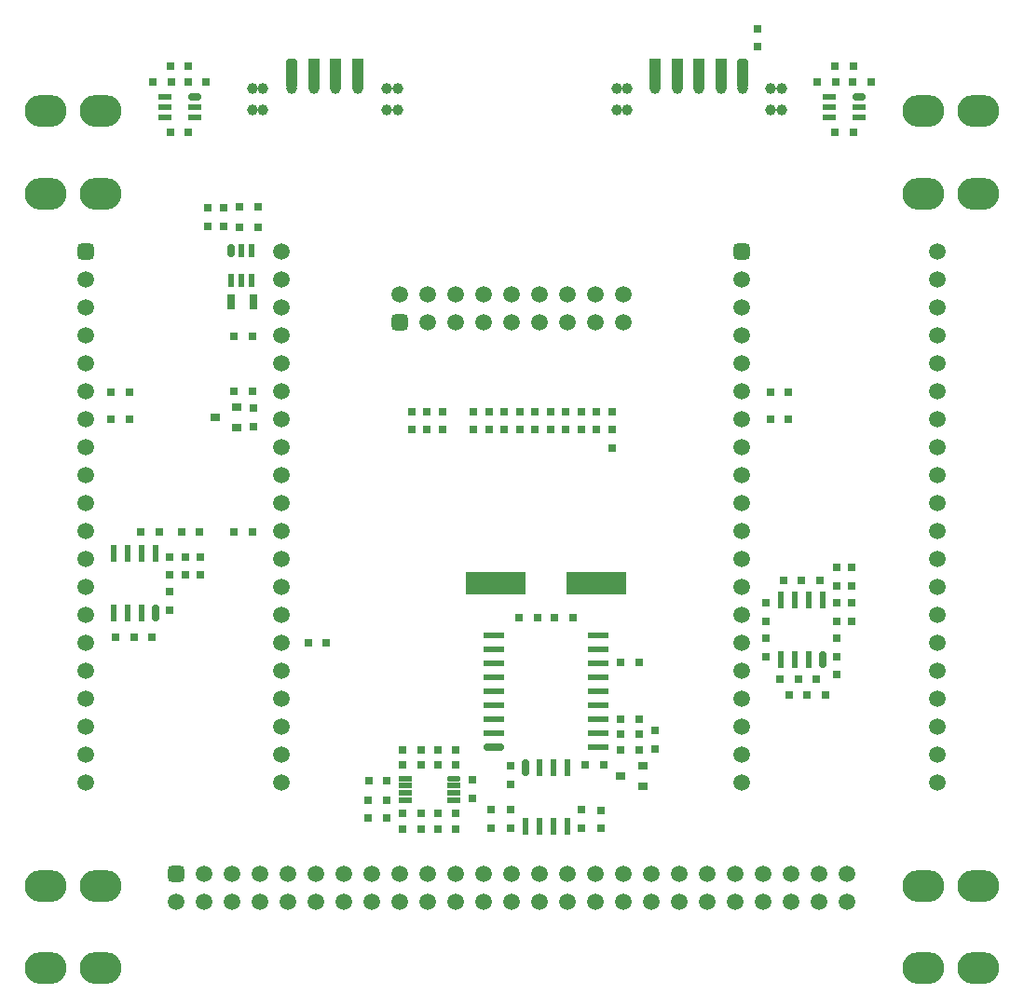
<source format=gbs>
G04*
G04 #@! TF.GenerationSoftware,Altium Limited,Altium Designer,22.1.2 (22)*
G04*
G04 Layer_Color=16711935*
%FSAX44Y44*%
%MOMM*%
G71*
G04*
G04 #@! TF.SameCoordinates,FD085C4F-33D3-4CAD-8C95-339AC6E91DDF*
G04*
G04*
G04 #@! TF.FilePolarity,Negative*
G04*
G01*
G75*
%ADD14R,0.8000X0.8000*%
%ADD15R,0.8000X0.8000*%
%ADD16R,0.6000X1.2000*%
G04:AMPARAMS|DCode=17|XSize=0.6mm|YSize=1.2mm|CornerRadius=0.15mm|HoleSize=0mm|Usage=FLASHONLY|Rotation=0.000|XOffset=0mm|YOffset=0mm|HoleType=Round|Shape=RoundedRectangle|*
%AMROUNDEDRECTD17*
21,1,0.6000,0.9000,0,0,0.0*
21,1,0.3000,1.2000,0,0,0.0*
1,1,0.3000,0.1500,-0.4500*
1,1,0.3000,-0.1500,-0.4500*
1,1,0.3000,-0.1500,0.4500*
1,1,0.3000,0.1500,0.4500*
%
%ADD17ROUNDEDRECTD17*%
%ADD18R,0.8000X1.4000*%
%ADD19R,0.9500X0.8000*%
%ADD20C,1.5000*%
G04:AMPARAMS|DCode=21|XSize=1.5mm|YSize=1.5mm|CornerRadius=0.375mm|HoleSize=0mm|Usage=FLASHONLY|Rotation=0.000|XOffset=0mm|YOffset=0mm|HoleType=Round|Shape=RoundedRectangle|*
%AMROUNDEDRECTD21*
21,1,1.5000,0.7500,0,0,0.0*
21,1,0.7500,1.5000,0,0,0.0*
1,1,0.7500,0.3750,-0.3750*
1,1,0.7500,-0.3750,-0.3750*
1,1,0.7500,-0.3750,0.3750*
1,1,0.7500,0.3750,0.3750*
%
%ADD21ROUNDEDRECTD21*%
%ADD22O,3.8000X2.9000*%
%ADD23C,1.0000*%
%ADD33R,1.0000X2.7000*%
G04:AMPARAMS|DCode=34|XSize=1mm|YSize=2.7mm|CornerRadius=0.25mm|HoleSize=0mm|Usage=FLASHONLY|Rotation=180.000|XOffset=0mm|YOffset=0mm|HoleType=Round|Shape=RoundedRectangle|*
%AMROUNDEDRECTD34*
21,1,1.0000,2.2000,0,0,180.0*
21,1,0.5000,2.7000,0,0,180.0*
1,1,0.5000,-0.2500,1.1000*
1,1,0.5000,0.2500,1.1000*
1,1,0.5000,0.2500,-1.1000*
1,1,0.5000,-0.2500,-1.1000*
%
%ADD34ROUNDEDRECTD34*%
%ADD35R,1.2000X0.6000*%
G04:AMPARAMS|DCode=36|XSize=0.6mm|YSize=1.2mm|CornerRadius=0.15mm|HoleSize=0mm|Usage=FLASHONLY|Rotation=90.000|XOffset=0mm|YOffset=0mm|HoleType=Round|Shape=RoundedRectangle|*
%AMROUNDEDRECTD36*
21,1,0.6000,0.9000,0,0,90.0*
21,1,0.3000,1.2000,0,0,90.0*
1,1,0.3000,0.4500,0.1500*
1,1,0.3000,0.4500,-0.1500*
1,1,0.3000,-0.4500,-0.1500*
1,1,0.3000,-0.4500,0.1500*
%
%ADD36ROUNDEDRECTD36*%
%ADD37R,0.6000X1.5500*%
G04:AMPARAMS|DCode=38|XSize=1.55mm|YSize=0.6mm|CornerRadius=0.15mm|HoleSize=0mm|Usage=FLASHONLY|Rotation=90.000|XOffset=0mm|YOffset=0mm|HoleType=Round|Shape=RoundedRectangle|*
%AMROUNDEDRECTD38*
21,1,1.5500,0.3000,0,0,90.0*
21,1,1.2500,0.6000,0,0,90.0*
1,1,0.3000,0.1500,0.6250*
1,1,0.3000,0.1500,-0.6250*
1,1,0.3000,-0.1500,-0.6250*
1,1,0.3000,-0.1500,0.6250*
%
%ADD38ROUNDEDRECTD38*%
%ADD39R,1.9000X0.6000*%
%ADD42R,5.5000X2.0000*%
G04:AMPARAMS|DCode=43|XSize=1.9mm|YSize=0.6mm|CornerRadius=0.15mm|HoleSize=0mm|Usage=FLASHONLY|Rotation=0.000|XOffset=0mm|YOffset=0mm|HoleType=Round|Shape=RoundedRectangle|*
%AMROUNDEDRECTD43*
21,1,1.9000,0.3000,0,0,0.0*
21,1,1.6000,0.6000,0,0,0.0*
1,1,0.3000,0.8000,-0.1500*
1,1,0.3000,-0.8000,-0.1500*
1,1,0.3000,-0.8000,0.1500*
1,1,0.3000,0.8000,0.1500*
%
%ADD43ROUNDEDRECTD43*%
G04:AMPARAMS|DCode=46|XSize=1.19mm|YSize=0.49mm|CornerRadius=0.1325mm|HoleSize=0mm|Usage=FLASHONLY|Rotation=180.000|XOffset=0mm|YOffset=0mm|HoleType=Round|Shape=RoundedRectangle|*
%AMROUNDEDRECTD46*
21,1,1.1900,0.2250,0,0,180.0*
21,1,0.9250,0.4900,0,0,180.0*
1,1,0.2650,-0.4625,0.1125*
1,1,0.2650,0.4625,0.1125*
1,1,0.2650,0.4625,-0.1125*
1,1,0.2650,-0.4625,-0.1125*
%
%ADD46ROUNDEDRECTD46*%
%ADD47R,1.1900X0.4900*%
D14*
X00561000Y00493250D02*
D03*
Y00509750D02*
D03*
Y00526250D02*
D03*
X00519000D02*
D03*
Y00509750D02*
D03*
X00505000Y00526250D02*
D03*
Y00509750D02*
D03*
X00491000Y00526250D02*
D03*
Y00509750D02*
D03*
X00463000Y00526250D02*
D03*
Y00509750D02*
D03*
X00477000Y00526250D02*
D03*
Y00509750D02*
D03*
X00449000Y00526250D02*
D03*
Y00509750D02*
D03*
X00435000Y00526250D02*
D03*
Y00509750D02*
D03*
X00407000D02*
D03*
Y00526250D02*
D03*
X00393000D02*
D03*
Y00509750D02*
D03*
X00379000Y00509750D02*
D03*
Y00526250D02*
D03*
X00533000Y00526250D02*
D03*
X00533000Y00509750D02*
D03*
X00693000Y00857750D02*
D03*
Y00874250D02*
D03*
X00187000Y00377750D02*
D03*
Y00394250D02*
D03*
X00701000Y00352250D02*
D03*
Y00335750D02*
D03*
Y00303750D02*
D03*
Y00320250D02*
D03*
X00547000Y00526250D02*
D03*
Y00509750D02*
D03*
X00207792Y00711250D02*
D03*
Y00694750D02*
D03*
X00194000Y00711250D02*
D03*
Y00694750D02*
D03*
X00235000Y00512750D02*
D03*
Y00529250D02*
D03*
X00159000Y00377750D02*
D03*
X00159000Y00394250D02*
D03*
X00173000Y00377750D02*
D03*
Y00394250D02*
D03*
X00159000Y00345750D02*
D03*
Y00362250D02*
D03*
X00533000Y00164250D02*
D03*
X00469000Y00164250D02*
D03*
X00765000Y00384250D02*
D03*
X00779000Y00384250D02*
D03*
X00434000Y00191250D02*
D03*
X00339000Y00156750D02*
D03*
X00469000Y00187750D02*
D03*
Y00204250D02*
D03*
X00356000Y00173250D02*
D03*
Y00156750D02*
D03*
X00339000Y00173250D02*
D03*
X00434000Y00174750D02*
D03*
X00600000Y00236250D02*
D03*
Y00219750D02*
D03*
X00779000Y00367750D02*
D03*
X00765000D02*
D03*
X00779000Y00352250D02*
D03*
Y00335750D02*
D03*
X00765000Y00320250D02*
D03*
Y00303750D02*
D03*
Y00287250D02*
D03*
Y00335750D02*
D03*
Y00352250D02*
D03*
X00451000Y00164250D02*
D03*
Y00147750D02*
D03*
X00469000Y00147750D02*
D03*
X00551000Y00164000D02*
D03*
Y00147500D02*
D03*
X00533000Y00147750D02*
D03*
D15*
X00721250Y00544000D02*
D03*
X00704750D02*
D03*
X00721250Y00519000D02*
D03*
X00704750D02*
D03*
X00284750Y00316000D02*
D03*
X00301250D02*
D03*
X00159750Y00840000D02*
D03*
X00176250D02*
D03*
X00192250Y00826000D02*
D03*
X00175750D02*
D03*
X00143750D02*
D03*
X00160250D02*
D03*
X00176250Y00780000D02*
D03*
X00159750D02*
D03*
X00780250Y00840000D02*
D03*
X00763750D02*
D03*
X00747750Y00826000D02*
D03*
X00764250D02*
D03*
X00779750D02*
D03*
X00796250D02*
D03*
X00780250Y00780000D02*
D03*
X00763750D02*
D03*
X00105750Y00544000D02*
D03*
X00122250D02*
D03*
X00217750Y00545000D02*
D03*
X00234250D02*
D03*
X00122250Y00519000D02*
D03*
X00105750D02*
D03*
X00222750Y00712000D02*
D03*
X00239250Y00712000D02*
D03*
X00234250Y00417000D02*
D03*
X00217750D02*
D03*
Y00595000D02*
D03*
X00234250D02*
D03*
X00222750Y00694000D02*
D03*
X00239250D02*
D03*
X00169750Y00417000D02*
D03*
X00186250D02*
D03*
X00132750Y00417000D02*
D03*
X00149250D02*
D03*
X00143250Y00321000D02*
D03*
X00126750D02*
D03*
X00110250D02*
D03*
X00585250Y00298000D02*
D03*
X00568750Y00219000D02*
D03*
X00585250Y00247000D02*
D03*
X00553250Y00205000D02*
D03*
X00370750Y00205000D02*
D03*
X00419250D02*
D03*
X00402750Y00219000D02*
D03*
X00419250D02*
D03*
X00476750Y00339000D02*
D03*
X00493250Y00339000D02*
D03*
X00370750Y00147000D02*
D03*
X00387250D02*
D03*
X00356250Y00191000D02*
D03*
X00339750D02*
D03*
X00402750Y00205000D02*
D03*
Y00161000D02*
D03*
X00419250D02*
D03*
X00419250Y00147000D02*
D03*
X00402750D02*
D03*
X00387250Y00161000D02*
D03*
X00370750D02*
D03*
X00370750Y00219000D02*
D03*
X00387250D02*
D03*
Y00205000D02*
D03*
X00536750Y00205000D02*
D03*
X00568750Y00233000D02*
D03*
X00585250D02*
D03*
X00568750Y00247000D02*
D03*
X00585250Y00219000D02*
D03*
X00568750Y00298000D02*
D03*
X00525250Y00339000D02*
D03*
X00508750D02*
D03*
X00716750Y00373000D02*
D03*
X00733250D02*
D03*
X00749750D02*
D03*
X00721750Y00269000D02*
D03*
X00738250D02*
D03*
X00754750D02*
D03*
X00713750Y00283000D02*
D03*
X00730250Y00283000D02*
D03*
X00746750Y00283000D02*
D03*
D16*
X00214500Y00645500D02*
D03*
X00224000Y00645500D02*
D03*
X00233500Y00645500D02*
D03*
Y00672500D02*
D03*
X00224000Y00672500D02*
D03*
D17*
X00214500Y00672500D02*
D03*
D18*
X00215000Y00626000D02*
D03*
X00235000D02*
D03*
D19*
X00220187Y00511500D02*
D03*
X00200187Y00521000D02*
D03*
X00220187Y00530500D02*
D03*
X00569000Y00195000D02*
D03*
X00589000Y00204500D02*
D03*
X00589000Y00185500D02*
D03*
D20*
X00546200Y00607300D02*
D03*
X00520800Y00632700D02*
D03*
X00520800Y00607300D02*
D03*
X00495400Y00632700D02*
D03*
Y00607300D02*
D03*
X00470000Y00632700D02*
D03*
Y00607300D02*
D03*
X00444600Y00632700D02*
D03*
Y00607300D02*
D03*
X00419200Y00632700D02*
D03*
X00419200Y00607300D02*
D03*
X00393800Y00632700D02*
D03*
Y00607300D02*
D03*
X00368400Y00632700D02*
D03*
X00546200D02*
D03*
X00571600Y00607300D02*
D03*
Y00632700D02*
D03*
X00260900Y00188700D02*
D03*
Y00214100D02*
D03*
Y00239500D02*
D03*
Y00264900D02*
D03*
Y00290300D02*
D03*
X00083100Y00188700D02*
D03*
Y00214100D02*
D03*
Y00239500D02*
D03*
Y00264900D02*
D03*
Y00290300D02*
D03*
X00260900Y00315700D02*
D03*
Y00671300D02*
D03*
Y00645900D02*
D03*
Y00620500D02*
D03*
Y00569700D02*
D03*
Y00544300D02*
D03*
Y00518900D02*
D03*
Y00493500D02*
D03*
Y00468100D02*
D03*
Y00442700D02*
D03*
Y00417300D02*
D03*
Y00391900D02*
D03*
Y00366500D02*
D03*
Y00341100D02*
D03*
X00083100Y00315700D02*
D03*
Y00341100D02*
D03*
Y00366500D02*
D03*
Y00391900D02*
D03*
Y00417300D02*
D03*
Y00442700D02*
D03*
Y00468100D02*
D03*
Y00493500D02*
D03*
Y00518900D02*
D03*
Y00544300D02*
D03*
Y00569700D02*
D03*
Y00595100D02*
D03*
Y00620500D02*
D03*
Y00645900D02*
D03*
X00260900Y00595100D02*
D03*
X00679100Y00468100D02*
D03*
X00679100Y00518900D02*
D03*
X00679100Y00544300D02*
D03*
Y00595100D02*
D03*
X00679100Y00569700D02*
D03*
Y00645900D02*
D03*
X00856900Y00569700D02*
D03*
X00266800Y00105700D02*
D03*
Y00080300D02*
D03*
X00292200Y00105700D02*
D03*
Y00080300D02*
D03*
X00317600Y00105700D02*
D03*
Y00080300D02*
D03*
X00343000Y00105700D02*
D03*
Y00080300D02*
D03*
X00368400Y00105700D02*
D03*
Y00080300D02*
D03*
X00393800Y00105700D02*
D03*
Y00080300D02*
D03*
X00419200Y00105700D02*
D03*
Y00080300D02*
D03*
X00444600Y00105700D02*
D03*
Y00080300D02*
D03*
X00470000Y00105700D02*
D03*
Y00080300D02*
D03*
X00495400Y00105700D02*
D03*
Y00080300D02*
D03*
X00520800Y00105700D02*
D03*
Y00080300D02*
D03*
X00546200Y00105700D02*
D03*
Y00080300D02*
D03*
X00571600Y00105700D02*
D03*
Y00080300D02*
D03*
X00597000Y00105700D02*
D03*
Y00080300D02*
D03*
X00622400Y00105700D02*
D03*
Y00080300D02*
D03*
X00647800Y00105700D02*
D03*
Y00080300D02*
D03*
X00673200Y00105700D02*
D03*
Y00080300D02*
D03*
X00698600Y00105700D02*
D03*
Y00080300D02*
D03*
X00724000Y00105700D02*
D03*
Y00080300D02*
D03*
X00749400Y00105700D02*
D03*
Y00080300D02*
D03*
X00774800Y00105700D02*
D03*
Y00080300D02*
D03*
X00216000Y00105700D02*
D03*
X00190600D02*
D03*
X00216000Y00080300D02*
D03*
X00190600D02*
D03*
X00165200D02*
D03*
X00241400Y00105700D02*
D03*
Y00080300D02*
D03*
X00679100Y00620500D02*
D03*
Y00442700D02*
D03*
Y00493500D02*
D03*
X00856900Y00620500D02*
D03*
X00679100Y00239500D02*
D03*
Y00214100D02*
D03*
Y00315700D02*
D03*
Y00264900D02*
D03*
Y00391900D02*
D03*
Y00366500D02*
D03*
X00679100Y00417300D02*
D03*
X00856900Y00391900D02*
D03*
X00679100Y00290300D02*
D03*
Y00188700D02*
D03*
Y00341100D02*
D03*
X00856900Y00493500D02*
D03*
Y00366500D02*
D03*
Y00341100D02*
D03*
Y00442700D02*
D03*
Y00417300D02*
D03*
Y00645900D02*
D03*
Y00671300D02*
D03*
X00856900Y00595100D02*
D03*
X00856900Y00544300D02*
D03*
Y00518900D02*
D03*
X00856900Y00468100D02*
D03*
X00856900Y00214100D02*
D03*
Y00188700D02*
D03*
Y00315700D02*
D03*
Y00290300D02*
D03*
Y00264900D02*
D03*
X00856900Y00239500D02*
D03*
D21*
X00368400Y00607300D02*
D03*
X00083100Y00671300D02*
D03*
X00679100Y00671300D02*
D03*
X00165200Y00105700D02*
D03*
D22*
X00046000Y00095500D02*
D03*
Y00020500D02*
D03*
X00096000D02*
D03*
Y00095500D02*
D03*
X00046000Y00799500D02*
D03*
Y00724500D02*
D03*
X00096000D02*
D03*
Y00799500D02*
D03*
X00894000Y00724500D02*
D03*
Y00799500D02*
D03*
X00844000D02*
D03*
Y00724500D02*
D03*
X00894000Y00020500D02*
D03*
Y00095500D02*
D03*
X00844000D02*
D03*
Y00020500D02*
D03*
D23*
X00620000Y00820000D02*
D03*
X00565000Y00800000D02*
D03*
X00575000D02*
D03*
X00705000D02*
D03*
X00715000D02*
D03*
X00705000Y00820000D02*
D03*
X00715000D02*
D03*
X00565000D02*
D03*
X00575000D02*
D03*
X00680000D02*
D03*
X00660000D02*
D03*
X00640000D02*
D03*
X00600000D02*
D03*
X00330000D02*
D03*
X00310000D02*
D03*
X00290000D02*
D03*
X00270000D02*
D03*
X00234000Y00800000D02*
D03*
X00244000D02*
D03*
X00356000Y00800000D02*
D03*
X00366000D02*
D03*
X00356000Y00820000D02*
D03*
X00366000D02*
D03*
X00244000D02*
D03*
X00234000D02*
D03*
D33*
X00330000Y00833000D02*
D03*
X00310000D02*
D03*
X00290000D02*
D03*
X00660000Y00833000D02*
D03*
X00640000D02*
D03*
X00620000D02*
D03*
X00600000D02*
D03*
D34*
X00270000D02*
D03*
X00680000D02*
D03*
D35*
X00758500Y00812500D02*
D03*
X00758500Y00803000D02*
D03*
X00758500Y00793500D02*
D03*
X00785500D02*
D03*
X00785500Y00803000D02*
D03*
X00154500Y00812500D02*
D03*
Y00803000D02*
D03*
Y00793500D02*
D03*
X00181500Y00793500D02*
D03*
X00181500Y00803000D02*
D03*
D36*
X00785500Y00812500D02*
D03*
X00181500D02*
D03*
D37*
X00107950Y00343000D02*
D03*
X00120650D02*
D03*
X00133350Y00343000D02*
D03*
X00107950Y00397000D02*
D03*
X00120650D02*
D03*
X00133350D02*
D03*
X00146050D02*
D03*
X00507350Y00203000D02*
D03*
X00481950Y00149000D02*
D03*
X00494650D02*
D03*
X00507350D02*
D03*
X00520050D02*
D03*
X00494650Y00203000D02*
D03*
X00520050D02*
D03*
X00752050Y00355000D02*
D03*
X00739350Y00355000D02*
D03*
X00726650D02*
D03*
X00713950Y00355000D02*
D03*
X00739350Y00301000D02*
D03*
X00726650D02*
D03*
X00713950D02*
D03*
D38*
X00146050Y00343000D02*
D03*
X00481950Y00203000D02*
D03*
X00752050Y00301000D02*
D03*
D39*
X00548000Y00221200D02*
D03*
X00548000Y00233900D02*
D03*
X00548000Y00284700D02*
D03*
X00548000Y00272000D02*
D03*
X00548000Y00259300D02*
D03*
Y00246600D02*
D03*
Y00310100D02*
D03*
Y00297400D02*
D03*
Y00322800D02*
D03*
X00454000Y00233900D02*
D03*
Y00246600D02*
D03*
Y00259300D02*
D03*
X00454000Y00272000D02*
D03*
X00454000Y00284700D02*
D03*
Y00297400D02*
D03*
Y00310100D02*
D03*
Y00322800D02*
D03*
D42*
X00547000Y00370000D02*
D03*
X00455000D02*
D03*
D43*
X00454000Y00221200D02*
D03*
D46*
X00416750Y00192750D02*
D03*
D47*
X00373250D02*
D03*
Y00186250D02*
D03*
Y00179750D02*
D03*
Y00173250D02*
D03*
X00416750D02*
D03*
Y00179750D02*
D03*
Y00186250D02*
D03*
M02*

</source>
